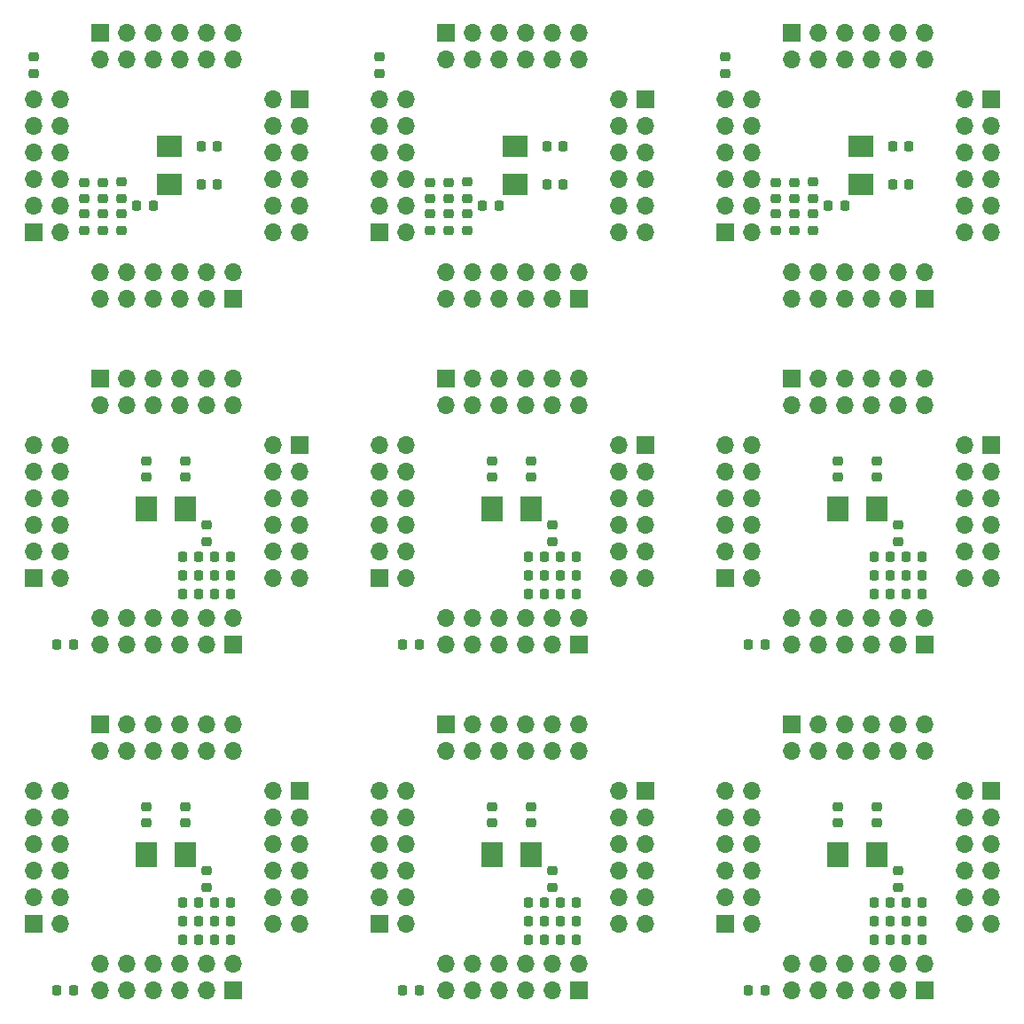
<source format=gbr>
%TF.GenerationSoftware,KiCad,Pcbnew,7.0.8*%
%TF.CreationDate,2024-03-04T23:40:14+01:00*%
%TF.ProjectId,scalenie,7363616c-656e-4696-952e-6b696361645f,rev?*%
%TF.SameCoordinates,Original*%
%TF.FileFunction,Soldermask,Bot*%
%TF.FilePolarity,Negative*%
%FSLAX46Y46*%
G04 Gerber Fmt 4.6, Leading zero omitted, Abs format (unit mm)*
G04 Created by KiCad (PCBNEW 7.0.8) date 2024-03-04 23:40:14*
%MOMM*%
%LPD*%
G01*
G04 APERTURE LIST*
G04 Aperture macros list*
%AMRoundRect*
0 Rectangle with rounded corners*
0 $1 Rounding radius*
0 $2 $3 $4 $5 $6 $7 $8 $9 X,Y pos of 4 corners*
0 Add a 4 corners polygon primitive as box body*
4,1,4,$2,$3,$4,$5,$6,$7,$8,$9,$2,$3,0*
0 Add four circle primitives for the rounded corners*
1,1,$1+$1,$2,$3*
1,1,$1+$1,$4,$5*
1,1,$1+$1,$6,$7*
1,1,$1+$1,$8,$9*
0 Add four rect primitives between the rounded corners*
20,1,$1+$1,$2,$3,$4,$5,0*
20,1,$1+$1,$4,$5,$6,$7,0*
20,1,$1+$1,$6,$7,$8,$9,0*
20,1,$1+$1,$8,$9,$2,$3,0*%
G04 Aperture macros list end*
%ADD10R,1.700000X1.700000*%
%ADD11O,1.700000X1.700000*%
%ADD12RoundRect,0.225000X0.225000X0.250000X-0.225000X0.250000X-0.225000X-0.250000X0.225000X-0.250000X0*%
%ADD13RoundRect,0.225000X-0.225000X-0.250000X0.225000X-0.250000X0.225000X0.250000X-0.225000X0.250000X0*%
%ADD14RoundRect,0.225000X0.250000X-0.225000X0.250000X0.225000X-0.250000X0.225000X-0.250000X-0.225000X0*%
%ADD15RoundRect,0.225000X-0.250000X0.225000X-0.250000X-0.225000X0.250000X-0.225000X0.250000X0.225000X0*%
%ADD16R,2.000000X2.400000*%
%ADD17R,2.400000X2.000000*%
G04 APERTURE END LIST*
D10*
%TO.C,J2*%
X159258000Y-150114000D03*
D11*
X156718000Y-150114000D03*
X159258000Y-152654000D03*
X156718000Y-152654000D03*
X159258000Y-155194000D03*
X156718000Y-155194000D03*
X159258000Y-157734000D03*
X156718000Y-157734000D03*
X159258000Y-160274000D03*
X156718000Y-160274000D03*
X159258000Y-162814000D03*
X156718000Y-162814000D03*
%TD*%
D12*
%TO.C,C15*%
X152680000Y-164338000D03*
X151130000Y-164338000D03*
%TD*%
D13*
%TO.C,C7*%
X148095000Y-162560000D03*
X149645000Y-162560000D03*
%TD*%
D10*
%TO.C,J3*%
X133858000Y-162814000D03*
D11*
X136398000Y-162814000D03*
X133858000Y-160274000D03*
X136398000Y-160274000D03*
X133858000Y-157734000D03*
X136398000Y-157734000D03*
X133858000Y-155194000D03*
X136398000Y-155194000D03*
X133858000Y-152654000D03*
X136398000Y-152654000D03*
X133858000Y-150114000D03*
X136398000Y-150114000D03*
%TD*%
D13*
%TO.C,C12*%
X148095000Y-164338000D03*
X149645000Y-164338000D03*
%TD*%
%TO.C,C3*%
X148082000Y-160782000D03*
X149632000Y-160782000D03*
%TD*%
D12*
%TO.C,C13*%
X152680000Y-160782000D03*
X151130000Y-160782000D03*
%TD*%
D10*
%TO.C,J4*%
X140208000Y-143764000D03*
D11*
X140208000Y-146304000D03*
X142748000Y-143764000D03*
X142748000Y-146304000D03*
X145288000Y-143764000D03*
X145288000Y-146304000D03*
X147828000Y-143764000D03*
X147828000Y-146304000D03*
X150368000Y-143764000D03*
X150368000Y-146304000D03*
X152908000Y-143764000D03*
X152908000Y-146304000D03*
%TD*%
D12*
%TO.C,C14*%
X152680000Y-162560000D03*
X151130000Y-162560000D03*
%TD*%
D14*
%TO.C,C11*%
X148336000Y-153162000D03*
X148336000Y-151612000D03*
%TD*%
%TO.C,C10*%
X144627600Y-153162000D03*
X144627600Y-151612000D03*
%TD*%
D12*
%TO.C,C1*%
X137681000Y-169164000D03*
X136131000Y-169164000D03*
%TD*%
D15*
%TO.C,C16*%
X150368000Y-157734000D03*
X150368000Y-159284000D03*
%TD*%
D10*
%TO.C,J1*%
X152908000Y-169164000D03*
D11*
X152908000Y-166624000D03*
X150368000Y-169164000D03*
X150368000Y-166624000D03*
X147828000Y-169164000D03*
X147828000Y-166624000D03*
X145288000Y-169164000D03*
X145288000Y-166624000D03*
X142748000Y-169164000D03*
X142748000Y-166624000D03*
X140208000Y-169164000D03*
X140208000Y-166624000D03*
%TD*%
D16*
%TO.C,Y1*%
X144636000Y-156210000D03*
X148336000Y-156210000D03*
%TD*%
D10*
%TO.C,J2*%
X126238000Y-150114000D03*
D11*
X123698000Y-150114000D03*
X126238000Y-152654000D03*
X123698000Y-152654000D03*
X126238000Y-155194000D03*
X123698000Y-155194000D03*
X126238000Y-157734000D03*
X123698000Y-157734000D03*
X126238000Y-160274000D03*
X123698000Y-160274000D03*
X126238000Y-162814000D03*
X123698000Y-162814000D03*
%TD*%
D12*
%TO.C,C15*%
X119660000Y-164338000D03*
X118110000Y-164338000D03*
%TD*%
D13*
%TO.C,C7*%
X115075000Y-162560000D03*
X116625000Y-162560000D03*
%TD*%
D10*
%TO.C,J3*%
X100838000Y-162814000D03*
D11*
X103378000Y-162814000D03*
X100838000Y-160274000D03*
X103378000Y-160274000D03*
X100838000Y-157734000D03*
X103378000Y-157734000D03*
X100838000Y-155194000D03*
X103378000Y-155194000D03*
X100838000Y-152654000D03*
X103378000Y-152654000D03*
X100838000Y-150114000D03*
X103378000Y-150114000D03*
%TD*%
D13*
%TO.C,C12*%
X115075000Y-164338000D03*
X116625000Y-164338000D03*
%TD*%
%TO.C,C3*%
X115062000Y-160782000D03*
X116612000Y-160782000D03*
%TD*%
D12*
%TO.C,C13*%
X119660000Y-160782000D03*
X118110000Y-160782000D03*
%TD*%
D10*
%TO.C,J4*%
X107188000Y-143764000D03*
D11*
X107188000Y-146304000D03*
X109728000Y-143764000D03*
X109728000Y-146304000D03*
X112268000Y-143764000D03*
X112268000Y-146304000D03*
X114808000Y-143764000D03*
X114808000Y-146304000D03*
X117348000Y-143764000D03*
X117348000Y-146304000D03*
X119888000Y-143764000D03*
X119888000Y-146304000D03*
%TD*%
D12*
%TO.C,C14*%
X119660000Y-162560000D03*
X118110000Y-162560000D03*
%TD*%
D14*
%TO.C,C11*%
X115316000Y-153162000D03*
X115316000Y-151612000D03*
%TD*%
%TO.C,C10*%
X111607600Y-153162000D03*
X111607600Y-151612000D03*
%TD*%
D12*
%TO.C,C1*%
X104661000Y-169164000D03*
X103111000Y-169164000D03*
%TD*%
D15*
%TO.C,C16*%
X117348000Y-157734000D03*
X117348000Y-159284000D03*
%TD*%
D10*
%TO.C,J1*%
X119888000Y-169164000D03*
D11*
X119888000Y-166624000D03*
X117348000Y-169164000D03*
X117348000Y-166624000D03*
X114808000Y-169164000D03*
X114808000Y-166624000D03*
X112268000Y-169164000D03*
X112268000Y-166624000D03*
X109728000Y-169164000D03*
X109728000Y-166624000D03*
X107188000Y-169164000D03*
X107188000Y-166624000D03*
%TD*%
D16*
%TO.C,Y1*%
X111616000Y-156210000D03*
X115316000Y-156210000D03*
%TD*%
D10*
%TO.C,J2*%
X93218000Y-150114000D03*
D11*
X90678000Y-150114000D03*
X93218000Y-152654000D03*
X90678000Y-152654000D03*
X93218000Y-155194000D03*
X90678000Y-155194000D03*
X93218000Y-157734000D03*
X90678000Y-157734000D03*
X93218000Y-160274000D03*
X90678000Y-160274000D03*
X93218000Y-162814000D03*
X90678000Y-162814000D03*
%TD*%
D12*
%TO.C,C15*%
X86640000Y-164338000D03*
X85090000Y-164338000D03*
%TD*%
D13*
%TO.C,C7*%
X82055000Y-162560000D03*
X83605000Y-162560000D03*
%TD*%
D10*
%TO.C,J3*%
X67818000Y-162814000D03*
D11*
X70358000Y-162814000D03*
X67818000Y-160274000D03*
X70358000Y-160274000D03*
X67818000Y-157734000D03*
X70358000Y-157734000D03*
X67818000Y-155194000D03*
X70358000Y-155194000D03*
X67818000Y-152654000D03*
X70358000Y-152654000D03*
X67818000Y-150114000D03*
X70358000Y-150114000D03*
%TD*%
D13*
%TO.C,C12*%
X82055000Y-164338000D03*
X83605000Y-164338000D03*
%TD*%
%TO.C,C3*%
X82042000Y-160782000D03*
X83592000Y-160782000D03*
%TD*%
D12*
%TO.C,C13*%
X86640000Y-160782000D03*
X85090000Y-160782000D03*
%TD*%
D10*
%TO.C,J4*%
X74168000Y-143764000D03*
D11*
X74168000Y-146304000D03*
X76708000Y-143764000D03*
X76708000Y-146304000D03*
X79248000Y-143764000D03*
X79248000Y-146304000D03*
X81788000Y-143764000D03*
X81788000Y-146304000D03*
X84328000Y-143764000D03*
X84328000Y-146304000D03*
X86868000Y-143764000D03*
X86868000Y-146304000D03*
%TD*%
D12*
%TO.C,C14*%
X86640000Y-162560000D03*
X85090000Y-162560000D03*
%TD*%
D14*
%TO.C,C11*%
X82296000Y-153162000D03*
X82296000Y-151612000D03*
%TD*%
%TO.C,C10*%
X78587600Y-153162000D03*
X78587600Y-151612000D03*
%TD*%
D12*
%TO.C,C1*%
X71641000Y-169164000D03*
X70091000Y-169164000D03*
%TD*%
D15*
%TO.C,C16*%
X84328000Y-157734000D03*
X84328000Y-159284000D03*
%TD*%
D10*
%TO.C,J1*%
X86868000Y-169164000D03*
D11*
X86868000Y-166624000D03*
X84328000Y-169164000D03*
X84328000Y-166624000D03*
X81788000Y-169164000D03*
X81788000Y-166624000D03*
X79248000Y-169164000D03*
X79248000Y-166624000D03*
X76708000Y-169164000D03*
X76708000Y-166624000D03*
X74168000Y-169164000D03*
X74168000Y-166624000D03*
%TD*%
D16*
%TO.C,Y1*%
X78596000Y-156210000D03*
X82296000Y-156210000D03*
%TD*%
D10*
%TO.C,J2*%
X159258000Y-117094000D03*
D11*
X156718000Y-117094000D03*
X159258000Y-119634000D03*
X156718000Y-119634000D03*
X159258000Y-122174000D03*
X156718000Y-122174000D03*
X159258000Y-124714000D03*
X156718000Y-124714000D03*
X159258000Y-127254000D03*
X156718000Y-127254000D03*
X159258000Y-129794000D03*
X156718000Y-129794000D03*
%TD*%
D12*
%TO.C,C15*%
X152680000Y-131318000D03*
X151130000Y-131318000D03*
%TD*%
D13*
%TO.C,C7*%
X148095000Y-129540000D03*
X149645000Y-129540000D03*
%TD*%
D10*
%TO.C,J3*%
X133858000Y-129794000D03*
D11*
X136398000Y-129794000D03*
X133858000Y-127254000D03*
X136398000Y-127254000D03*
X133858000Y-124714000D03*
X136398000Y-124714000D03*
X133858000Y-122174000D03*
X136398000Y-122174000D03*
X133858000Y-119634000D03*
X136398000Y-119634000D03*
X133858000Y-117094000D03*
X136398000Y-117094000D03*
%TD*%
D13*
%TO.C,C12*%
X148095000Y-131318000D03*
X149645000Y-131318000D03*
%TD*%
%TO.C,C3*%
X148082000Y-127762000D03*
X149632000Y-127762000D03*
%TD*%
D12*
%TO.C,C13*%
X152680000Y-127762000D03*
X151130000Y-127762000D03*
%TD*%
D10*
%TO.C,J4*%
X140208000Y-110744000D03*
D11*
X140208000Y-113284000D03*
X142748000Y-110744000D03*
X142748000Y-113284000D03*
X145288000Y-110744000D03*
X145288000Y-113284000D03*
X147828000Y-110744000D03*
X147828000Y-113284000D03*
X150368000Y-110744000D03*
X150368000Y-113284000D03*
X152908000Y-110744000D03*
X152908000Y-113284000D03*
%TD*%
D12*
%TO.C,C14*%
X152680000Y-129540000D03*
X151130000Y-129540000D03*
%TD*%
D14*
%TO.C,C11*%
X148336000Y-120142000D03*
X148336000Y-118592000D03*
%TD*%
%TO.C,C10*%
X144627600Y-120142000D03*
X144627600Y-118592000D03*
%TD*%
D12*
%TO.C,C1*%
X137681000Y-136144000D03*
X136131000Y-136144000D03*
%TD*%
D15*
%TO.C,C16*%
X150368000Y-124714000D03*
X150368000Y-126264000D03*
%TD*%
D10*
%TO.C,J1*%
X152908000Y-136144000D03*
D11*
X152908000Y-133604000D03*
X150368000Y-136144000D03*
X150368000Y-133604000D03*
X147828000Y-136144000D03*
X147828000Y-133604000D03*
X145288000Y-136144000D03*
X145288000Y-133604000D03*
X142748000Y-136144000D03*
X142748000Y-133604000D03*
X140208000Y-136144000D03*
X140208000Y-133604000D03*
%TD*%
D16*
%TO.C,Y1*%
X144636000Y-123190000D03*
X148336000Y-123190000D03*
%TD*%
D10*
%TO.C,J2*%
X126238000Y-117094000D03*
D11*
X123698000Y-117094000D03*
X126238000Y-119634000D03*
X123698000Y-119634000D03*
X126238000Y-122174000D03*
X123698000Y-122174000D03*
X126238000Y-124714000D03*
X123698000Y-124714000D03*
X126238000Y-127254000D03*
X123698000Y-127254000D03*
X126238000Y-129794000D03*
X123698000Y-129794000D03*
%TD*%
D12*
%TO.C,C15*%
X119660000Y-131318000D03*
X118110000Y-131318000D03*
%TD*%
D13*
%TO.C,C7*%
X115075000Y-129540000D03*
X116625000Y-129540000D03*
%TD*%
D10*
%TO.C,J3*%
X100838000Y-129794000D03*
D11*
X103378000Y-129794000D03*
X100838000Y-127254000D03*
X103378000Y-127254000D03*
X100838000Y-124714000D03*
X103378000Y-124714000D03*
X100838000Y-122174000D03*
X103378000Y-122174000D03*
X100838000Y-119634000D03*
X103378000Y-119634000D03*
X100838000Y-117094000D03*
X103378000Y-117094000D03*
%TD*%
D13*
%TO.C,C12*%
X115075000Y-131318000D03*
X116625000Y-131318000D03*
%TD*%
%TO.C,C3*%
X115062000Y-127762000D03*
X116612000Y-127762000D03*
%TD*%
D12*
%TO.C,C13*%
X119660000Y-127762000D03*
X118110000Y-127762000D03*
%TD*%
D10*
%TO.C,J4*%
X107188000Y-110744000D03*
D11*
X107188000Y-113284000D03*
X109728000Y-110744000D03*
X109728000Y-113284000D03*
X112268000Y-110744000D03*
X112268000Y-113284000D03*
X114808000Y-110744000D03*
X114808000Y-113284000D03*
X117348000Y-110744000D03*
X117348000Y-113284000D03*
X119888000Y-110744000D03*
X119888000Y-113284000D03*
%TD*%
D12*
%TO.C,C14*%
X119660000Y-129540000D03*
X118110000Y-129540000D03*
%TD*%
D14*
%TO.C,C11*%
X115316000Y-120142000D03*
X115316000Y-118592000D03*
%TD*%
%TO.C,C10*%
X111607600Y-120142000D03*
X111607600Y-118592000D03*
%TD*%
D12*
%TO.C,C1*%
X104661000Y-136144000D03*
X103111000Y-136144000D03*
%TD*%
D15*
%TO.C,C16*%
X117348000Y-124714000D03*
X117348000Y-126264000D03*
%TD*%
D10*
%TO.C,J1*%
X119888000Y-136144000D03*
D11*
X119888000Y-133604000D03*
X117348000Y-136144000D03*
X117348000Y-133604000D03*
X114808000Y-136144000D03*
X114808000Y-133604000D03*
X112268000Y-136144000D03*
X112268000Y-133604000D03*
X109728000Y-136144000D03*
X109728000Y-133604000D03*
X107188000Y-136144000D03*
X107188000Y-133604000D03*
%TD*%
D16*
%TO.C,Y1*%
X111616000Y-123190000D03*
X115316000Y-123190000D03*
%TD*%
D10*
%TO.C,J2*%
X93218000Y-117094000D03*
D11*
X90678000Y-117094000D03*
X93218000Y-119634000D03*
X90678000Y-119634000D03*
X93218000Y-122174000D03*
X90678000Y-122174000D03*
X93218000Y-124714000D03*
X90678000Y-124714000D03*
X93218000Y-127254000D03*
X90678000Y-127254000D03*
X93218000Y-129794000D03*
X90678000Y-129794000D03*
%TD*%
D12*
%TO.C,C15*%
X86640000Y-131318000D03*
X85090000Y-131318000D03*
%TD*%
D13*
%TO.C,C7*%
X82055000Y-129540000D03*
X83605000Y-129540000D03*
%TD*%
D10*
%TO.C,J3*%
X67818000Y-129794000D03*
D11*
X70358000Y-129794000D03*
X67818000Y-127254000D03*
X70358000Y-127254000D03*
X67818000Y-124714000D03*
X70358000Y-124714000D03*
X67818000Y-122174000D03*
X70358000Y-122174000D03*
X67818000Y-119634000D03*
X70358000Y-119634000D03*
X67818000Y-117094000D03*
X70358000Y-117094000D03*
%TD*%
D13*
%TO.C,C12*%
X82055000Y-131318000D03*
X83605000Y-131318000D03*
%TD*%
%TO.C,C3*%
X82042000Y-127762000D03*
X83592000Y-127762000D03*
%TD*%
D12*
%TO.C,C13*%
X86640000Y-127762000D03*
X85090000Y-127762000D03*
%TD*%
D10*
%TO.C,J4*%
X74168000Y-110744000D03*
D11*
X74168000Y-113284000D03*
X76708000Y-110744000D03*
X76708000Y-113284000D03*
X79248000Y-110744000D03*
X79248000Y-113284000D03*
X81788000Y-110744000D03*
X81788000Y-113284000D03*
X84328000Y-110744000D03*
X84328000Y-113284000D03*
X86868000Y-110744000D03*
X86868000Y-113284000D03*
%TD*%
D12*
%TO.C,C14*%
X86640000Y-129540000D03*
X85090000Y-129540000D03*
%TD*%
D14*
%TO.C,C11*%
X82296000Y-120142000D03*
X82296000Y-118592000D03*
%TD*%
%TO.C,C10*%
X78587600Y-120142000D03*
X78587600Y-118592000D03*
%TD*%
D12*
%TO.C,C1*%
X71641000Y-136144000D03*
X70091000Y-136144000D03*
%TD*%
D15*
%TO.C,C16*%
X84328000Y-124714000D03*
X84328000Y-126264000D03*
%TD*%
D10*
%TO.C,J1*%
X86868000Y-136144000D03*
D11*
X86868000Y-133604000D03*
X84328000Y-136144000D03*
X84328000Y-133604000D03*
X81788000Y-136144000D03*
X81788000Y-133604000D03*
X79248000Y-136144000D03*
X79248000Y-133604000D03*
X76708000Y-136144000D03*
X76708000Y-133604000D03*
X74168000Y-136144000D03*
X74168000Y-133604000D03*
%TD*%
D16*
%TO.C,Y1*%
X78596000Y-123190000D03*
X82296000Y-123190000D03*
%TD*%
D10*
%TO.C,J2*%
X152908000Y-103124000D03*
D11*
X152908000Y-100584000D03*
X150368000Y-103124000D03*
X150368000Y-100584000D03*
X147828000Y-103124000D03*
X147828000Y-100584000D03*
X145288000Y-103124000D03*
X145288000Y-100584000D03*
X142748000Y-103124000D03*
X142748000Y-100584000D03*
X140208000Y-103124000D03*
X140208000Y-100584000D03*
%TD*%
D14*
%TO.C,C15*%
X138684000Y-96546000D03*
X138684000Y-94996000D03*
%TD*%
D15*
%TO.C,C7*%
X140462000Y-91961000D03*
X140462000Y-93511000D03*
%TD*%
D10*
%TO.C,J3*%
X140208000Y-77724000D03*
D11*
X140208000Y-80264000D03*
X142748000Y-77724000D03*
X142748000Y-80264000D03*
X145288000Y-77724000D03*
X145288000Y-80264000D03*
X147828000Y-77724000D03*
X147828000Y-80264000D03*
X150368000Y-77724000D03*
X150368000Y-80264000D03*
X152908000Y-77724000D03*
X152908000Y-80264000D03*
%TD*%
D15*
%TO.C,C12*%
X138684000Y-91961000D03*
X138684000Y-93511000D03*
%TD*%
%TO.C,C3*%
X142240000Y-91948000D03*
X142240000Y-93498000D03*
%TD*%
D14*
%TO.C,C13*%
X142240000Y-96546000D03*
X142240000Y-94996000D03*
%TD*%
D10*
%TO.C,J4*%
X159258000Y-84074000D03*
D11*
X156718000Y-84074000D03*
X159258000Y-86614000D03*
X156718000Y-86614000D03*
X159258000Y-89154000D03*
X156718000Y-89154000D03*
X159258000Y-91694000D03*
X156718000Y-91694000D03*
X159258000Y-94234000D03*
X156718000Y-94234000D03*
X159258000Y-96774000D03*
X156718000Y-96774000D03*
%TD*%
D14*
%TO.C,C14*%
X140462000Y-96546000D03*
X140462000Y-94996000D03*
%TD*%
D13*
%TO.C,C11*%
X149860000Y-92202000D03*
X151410000Y-92202000D03*
%TD*%
%TO.C,C10*%
X149860000Y-88493600D03*
X151410000Y-88493600D03*
%TD*%
D14*
%TO.C,C1*%
X133858000Y-81547000D03*
X133858000Y-79997000D03*
%TD*%
D12*
%TO.C,C16*%
X145288000Y-94234000D03*
X143738000Y-94234000D03*
%TD*%
D10*
%TO.C,J1*%
X133858000Y-96774000D03*
D11*
X136398000Y-96774000D03*
X133858000Y-94234000D03*
X136398000Y-94234000D03*
X133858000Y-91694000D03*
X136398000Y-91694000D03*
X133858000Y-89154000D03*
X136398000Y-89154000D03*
X133858000Y-86614000D03*
X136398000Y-86614000D03*
X133858000Y-84074000D03*
X136398000Y-84074000D03*
%TD*%
D17*
%TO.C,Y1*%
X146812000Y-88502000D03*
X146812000Y-92202000D03*
%TD*%
D10*
%TO.C,J2*%
X119888000Y-103124000D03*
D11*
X119888000Y-100584000D03*
X117348000Y-103124000D03*
X117348000Y-100584000D03*
X114808000Y-103124000D03*
X114808000Y-100584000D03*
X112268000Y-103124000D03*
X112268000Y-100584000D03*
X109728000Y-103124000D03*
X109728000Y-100584000D03*
X107188000Y-103124000D03*
X107188000Y-100584000D03*
%TD*%
D14*
%TO.C,C15*%
X105664000Y-96546000D03*
X105664000Y-94996000D03*
%TD*%
D15*
%TO.C,C7*%
X107442000Y-91961000D03*
X107442000Y-93511000D03*
%TD*%
D10*
%TO.C,J3*%
X107188000Y-77724000D03*
D11*
X107188000Y-80264000D03*
X109728000Y-77724000D03*
X109728000Y-80264000D03*
X112268000Y-77724000D03*
X112268000Y-80264000D03*
X114808000Y-77724000D03*
X114808000Y-80264000D03*
X117348000Y-77724000D03*
X117348000Y-80264000D03*
X119888000Y-77724000D03*
X119888000Y-80264000D03*
%TD*%
D15*
%TO.C,C12*%
X105664000Y-91961000D03*
X105664000Y-93511000D03*
%TD*%
%TO.C,C3*%
X109220000Y-91948000D03*
X109220000Y-93498000D03*
%TD*%
D14*
%TO.C,C13*%
X109220000Y-96546000D03*
X109220000Y-94996000D03*
%TD*%
D10*
%TO.C,J4*%
X126238000Y-84074000D03*
D11*
X123698000Y-84074000D03*
X126238000Y-86614000D03*
X123698000Y-86614000D03*
X126238000Y-89154000D03*
X123698000Y-89154000D03*
X126238000Y-91694000D03*
X123698000Y-91694000D03*
X126238000Y-94234000D03*
X123698000Y-94234000D03*
X126238000Y-96774000D03*
X123698000Y-96774000D03*
%TD*%
D14*
%TO.C,C14*%
X107442000Y-96546000D03*
X107442000Y-94996000D03*
%TD*%
D13*
%TO.C,C11*%
X116840000Y-92202000D03*
X118390000Y-92202000D03*
%TD*%
%TO.C,C10*%
X116840000Y-88493600D03*
X118390000Y-88493600D03*
%TD*%
D14*
%TO.C,C1*%
X100838000Y-81547000D03*
X100838000Y-79997000D03*
%TD*%
D12*
%TO.C,C16*%
X112268000Y-94234000D03*
X110718000Y-94234000D03*
%TD*%
D10*
%TO.C,J1*%
X100838000Y-96774000D03*
D11*
X103378000Y-96774000D03*
X100838000Y-94234000D03*
X103378000Y-94234000D03*
X100838000Y-91694000D03*
X103378000Y-91694000D03*
X100838000Y-89154000D03*
X103378000Y-89154000D03*
X100838000Y-86614000D03*
X103378000Y-86614000D03*
X100838000Y-84074000D03*
X103378000Y-84074000D03*
%TD*%
D17*
%TO.C,Y1*%
X113792000Y-88502000D03*
X113792000Y-92202000D03*
%TD*%
D14*
%TO.C,C14*%
X74422000Y-96546000D03*
X74422000Y-94996000D03*
%TD*%
D10*
%TO.C,J4*%
X93218000Y-84074000D03*
D11*
X90678000Y-84074000D03*
X93218000Y-86614000D03*
X90678000Y-86614000D03*
X93218000Y-89154000D03*
X90678000Y-89154000D03*
X93218000Y-91694000D03*
X90678000Y-91694000D03*
X93218000Y-94234000D03*
X90678000Y-94234000D03*
X93218000Y-96774000D03*
X90678000Y-96774000D03*
%TD*%
D14*
%TO.C,C13*%
X76200000Y-96546000D03*
X76200000Y-94996000D03*
%TD*%
D15*
%TO.C,C3*%
X76200000Y-91948000D03*
X76200000Y-93498000D03*
%TD*%
%TO.C,C12*%
X72644000Y-91961000D03*
X72644000Y-93511000D03*
%TD*%
D10*
%TO.C,J3*%
X74168000Y-77724000D03*
D11*
X74168000Y-80264000D03*
X76708000Y-77724000D03*
X76708000Y-80264000D03*
X79248000Y-77724000D03*
X79248000Y-80264000D03*
X81788000Y-77724000D03*
X81788000Y-80264000D03*
X84328000Y-77724000D03*
X84328000Y-80264000D03*
X86868000Y-77724000D03*
X86868000Y-80264000D03*
%TD*%
D15*
%TO.C,C7*%
X74422000Y-91961000D03*
X74422000Y-93511000D03*
%TD*%
D14*
%TO.C,C15*%
X72644000Y-96546000D03*
X72644000Y-94996000D03*
%TD*%
D10*
%TO.C,J2*%
X86868000Y-103124000D03*
D11*
X86868000Y-100584000D03*
X84328000Y-103124000D03*
X84328000Y-100584000D03*
X81788000Y-103124000D03*
X81788000Y-100584000D03*
X79248000Y-103124000D03*
X79248000Y-100584000D03*
X76708000Y-103124000D03*
X76708000Y-100584000D03*
X74168000Y-103124000D03*
X74168000Y-100584000D03*
%TD*%
D12*
%TO.C,C16*%
X79248000Y-94234000D03*
X77698000Y-94234000D03*
%TD*%
D13*
%TO.C,C10*%
X83820000Y-88493600D03*
X85370000Y-88493600D03*
%TD*%
D14*
%TO.C,C1*%
X67818000Y-81547000D03*
X67818000Y-79997000D03*
%TD*%
D13*
%TO.C,C11*%
X83820000Y-92202000D03*
X85370000Y-92202000D03*
%TD*%
D17*
%TO.C,Y1*%
X80772000Y-88502000D03*
X80772000Y-92202000D03*
%TD*%
D10*
%TO.C,J1*%
X67818000Y-96774000D03*
D11*
X70358000Y-96774000D03*
X67818000Y-94234000D03*
X70358000Y-94234000D03*
X67818000Y-91694000D03*
X70358000Y-91694000D03*
X67818000Y-89154000D03*
X70358000Y-89154000D03*
X67818000Y-86614000D03*
X70358000Y-86614000D03*
X67818000Y-84074000D03*
X70358000Y-84074000D03*
%TD*%
M02*

</source>
